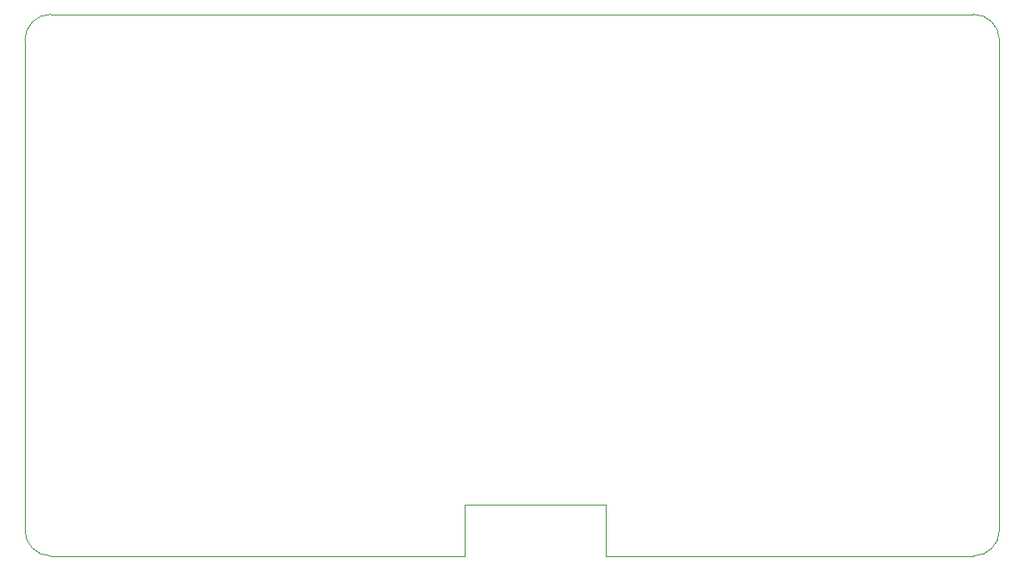
<source format=gm1>
G04 #@! TF.FileFunction,Profile,NP*
%FSLAX46Y46*%
G04 Gerber Fmt 4.6, Leading zero omitted, Abs format (unit mm)*
G04 Created by KiCad (PCBNEW 4.0.6) date 08/29/17 21:17:03*
%MOMM*%
%LPD*%
G01*
G04 APERTURE LIST*
%ADD10C,0.100000*%
G04 APERTURE END LIST*
D10*
X114935000Y-128270000D02*
X114935000Y-80010000D01*
X158242000Y-130810000D02*
X117475000Y-130810000D01*
X208280000Y-130810000D02*
X172085000Y-130810000D01*
X210820000Y-80010000D02*
X210820000Y-128270000D01*
X117475000Y-77470000D02*
X208280000Y-77470000D01*
X210820000Y-80010000D02*
G75*
G03X208280000Y-77470000I-2540000J0D01*
G01*
X208280000Y-130810000D02*
G75*
G03X210820000Y-128270000I0J2540000D01*
G01*
X114935000Y-128270000D02*
G75*
G03X117475000Y-130810000I2540000J0D01*
G01*
X117475000Y-77470000D02*
G75*
G03X114935000Y-80010000I0J-2540000D01*
G01*
X172085000Y-125730000D02*
X172085000Y-130810000D01*
X158242000Y-125730000D02*
X172085000Y-125730000D01*
X158242000Y-130810000D02*
X158242000Y-125730000D01*
M02*

</source>
